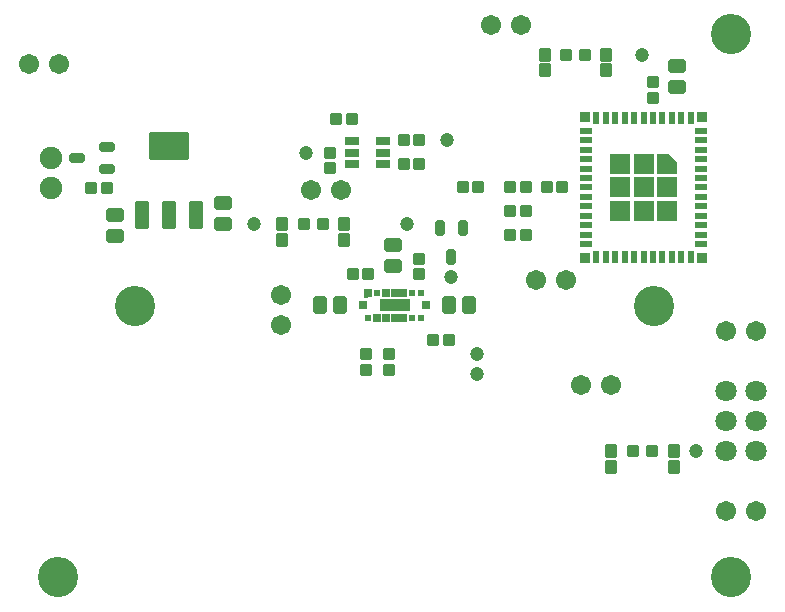
<source format=gbr>
%TF.GenerationSoftware,Altium Limited,Altium Designer,20.1.8 (145)*%
G04 Layer_Color=39423*
%FSLAX45Y45*%
%MOMM*%
%TF.SameCoordinates,5C14931A-3E48-49F5-90A4-00D45644C4A5*%
%TF.FilePolarity,Negative*%
%TF.FileFunction,Soldermask,Top*%
%TF.Part,Single*%
G01*
G75*
%TA.AperFunction,BGAPad,CuDef*%
%ADD17R,0.50000X0.50000*%
%TA.AperFunction,SMDPad,CuDef*%
%ADD19R,2.50000X1.00000*%
%TA.AperFunction,ComponentPad*%
%ADD44C,1.80320*%
%ADD45C,1.70320*%
%ADD46C,1.90320*%
%TA.AperFunction,WasherPad*%
%ADD47C,3.40320*%
%TA.AperFunction,SMDPad,CuDef*%
%ADD50C,1.20320*%
G04:AMPARAMS|DCode=51|XSize=1.0532mm|YSize=1.0532mm|CornerRadius=0.1441mm|HoleSize=0mm|Usage=FLASHONLY|Rotation=90.000|XOffset=0mm|YOffset=0mm|HoleType=Round|Shape=RoundedRectangle|*
%AMROUNDEDRECTD51*
21,1,1.05320,0.76500,0,0,90.0*
21,1,0.76500,1.05320,0,0,90.0*
1,1,0.28820,0.38250,0.38250*
1,1,0.28820,0.38250,-0.38250*
1,1,0.28820,-0.38250,-0.38250*
1,1,0.28820,-0.38250,0.38250*
%
%ADD51ROUNDEDRECTD51*%
%TA.AperFunction,ConnectorPad*%
%ADD52R,0.60320X1.00320*%
%ADD53R,1.00320X0.60320*%
%TA.AperFunction,BGAPad,CuDef*%
%ADD54R,1.65320X1.65320*%
%TA.AperFunction,SMDPad,CuDef*%
%ADD55R,0.90320X0.90320*%
%TA.AperFunction,BGAPad,CuDef*%
%ADD56R,0.65200X0.65200*%
%TA.AperFunction,SMDPad,CuDef*%
%ADD57R,0.35200X0.30200*%
%TA.AperFunction,BGAPad,CuDef*%
%ADD58R,0.65240X0.65240*%
%TA.AperFunction,SMDPad,CuDef*%
G04:AMPARAMS|DCode=59|XSize=3.4532mm|YSize=2.3532mm|CornerRadius=0.11235mm|HoleSize=0mm|Usage=FLASHONLY|Rotation=180.000|XOffset=0mm|YOffset=0mm|HoleType=Round|Shape=RoundedRectangle|*
%AMROUNDEDRECTD59*
21,1,3.45320,2.12850,0,0,180.0*
21,1,3.22850,2.35320,0,0,180.0*
1,1,0.22470,-1.61425,1.06425*
1,1,0.22470,1.61425,1.06425*
1,1,0.22470,1.61425,-1.06425*
1,1,0.22470,-1.61425,-1.06425*
%
%ADD59ROUNDEDRECTD59*%
G04:AMPARAMS|DCode=60|XSize=1.2032mm|YSize=2.3532mm|CornerRadius=0.1066mm|HoleSize=0mm|Usage=FLASHONLY|Rotation=180.000|XOffset=0mm|YOffset=0mm|HoleType=Round|Shape=RoundedRectangle|*
%AMROUNDEDRECTD60*
21,1,1.20320,2.14000,0,0,180.0*
21,1,0.99000,2.35320,0,0,180.0*
1,1,0.21320,-0.49500,1.07000*
1,1,0.21320,0.49500,1.07000*
1,1,0.21320,0.49500,-1.07000*
1,1,0.21320,-0.49500,-1.07000*
%
%ADD60ROUNDEDRECTD60*%
G04:AMPARAMS|DCode=61|XSize=1.0032mm|YSize=1.0032mm|CornerRadius=0.1416mm|HoleSize=0mm|Usage=FLASHONLY|Rotation=90.000|XOffset=0mm|YOffset=0mm|HoleType=Round|Shape=RoundedRectangle|*
%AMROUNDEDRECTD61*
21,1,1.00320,0.72000,0,0,90.0*
21,1,0.72000,1.00320,0,0,90.0*
1,1,0.28320,0.36000,0.36000*
1,1,0.28320,0.36000,-0.36000*
1,1,0.28320,-0.36000,-0.36000*
1,1,0.28320,-0.36000,0.36000*
%
%ADD61ROUNDEDRECTD61*%
G04:AMPARAMS|DCode=62|XSize=0.8032mm|YSize=1.3032mm|CornerRadius=0.1316mm|HoleSize=0mm|Usage=FLASHONLY|Rotation=270.000|XOffset=0mm|YOffset=0mm|HoleType=Round|Shape=RoundedRectangle|*
%AMROUNDEDRECTD62*
21,1,0.80320,1.04000,0,0,270.0*
21,1,0.54000,1.30320,0,0,270.0*
1,1,0.26320,-0.52000,-0.27000*
1,1,0.26320,-0.52000,0.27000*
1,1,0.26320,0.52000,0.27000*
1,1,0.26320,0.52000,-0.27000*
%
%ADD62ROUNDEDRECTD62*%
G04:AMPARAMS|DCode=63|XSize=1.0532mm|YSize=1.1032mm|CornerRadius=0.1441mm|HoleSize=0mm|Usage=FLASHONLY|Rotation=180.000|XOffset=0mm|YOffset=0mm|HoleType=Round|Shape=RoundedRectangle|*
%AMROUNDEDRECTD63*
21,1,1.05320,0.81500,0,0,180.0*
21,1,0.76500,1.10320,0,0,180.0*
1,1,0.28820,-0.38250,0.40750*
1,1,0.28820,0.38250,0.40750*
1,1,0.28820,0.38250,-0.40750*
1,1,0.28820,-0.38250,-0.40750*
%
%ADD63ROUNDEDRECTD63*%
G04:AMPARAMS|DCode=64|XSize=1.4782mm|YSize=1.1032mm|CornerRadius=0.1466mm|HoleSize=0mm|Usage=FLASHONLY|Rotation=180.000|XOffset=0mm|YOffset=0mm|HoleType=Round|Shape=RoundedRectangle|*
%AMROUNDEDRECTD64*
21,1,1.47820,0.81000,0,0,180.0*
21,1,1.18500,1.10320,0,0,180.0*
1,1,0.29320,-0.59250,0.40500*
1,1,0.29320,0.59250,0.40500*
1,1,0.29320,0.59250,-0.40500*
1,1,0.29320,-0.59250,-0.40500*
%
%ADD64ROUNDEDRECTD64*%
G04:AMPARAMS|DCode=65|XSize=1.0532mm|YSize=1.0532mm|CornerRadius=0.1441mm|HoleSize=0mm|Usage=FLASHONLY|Rotation=180.000|XOffset=0mm|YOffset=0mm|HoleType=Round|Shape=RoundedRectangle|*
%AMROUNDEDRECTD65*
21,1,1.05320,0.76500,0,0,180.0*
21,1,0.76500,1.05320,0,0,180.0*
1,1,0.28820,-0.38250,0.38250*
1,1,0.28820,0.38250,0.38250*
1,1,0.28820,0.38250,-0.38250*
1,1,0.28820,-0.38250,-0.38250*
%
%ADD65ROUNDEDRECTD65*%
G04:AMPARAMS|DCode=66|XSize=1.4782mm|YSize=1.1032mm|CornerRadius=0.1466mm|HoleSize=0mm|Usage=FLASHONLY|Rotation=270.000|XOffset=0mm|YOffset=0mm|HoleType=Round|Shape=RoundedRectangle|*
%AMROUNDEDRECTD66*
21,1,1.47820,0.81000,0,0,270.0*
21,1,1.18500,1.10320,0,0,270.0*
1,1,0.29320,-0.40500,-0.59250*
1,1,0.29320,-0.40500,0.59250*
1,1,0.29320,0.40500,0.59250*
1,1,0.29320,0.40500,-0.59250*
%
%ADD66ROUNDEDRECTD66*%
G04:AMPARAMS|DCode=67|XSize=0.7032mm|YSize=1.2532mm|CornerRadius=0.1266mm|HoleSize=0mm|Usage=FLASHONLY|Rotation=90.000|XOffset=0mm|YOffset=0mm|HoleType=Round|Shape=RoundedRectangle|*
%AMROUNDEDRECTD67*
21,1,0.70320,1.00000,0,0,90.0*
21,1,0.45000,1.25320,0,0,90.0*
1,1,0.25320,0.50000,0.22500*
1,1,0.25320,0.50000,-0.22500*
1,1,0.25320,-0.50000,-0.22500*
1,1,0.25320,-0.50000,0.22500*
%
%ADD67ROUNDEDRECTD67*%
G04:AMPARAMS|DCode=68|XSize=0.8032mm|YSize=1.3032mm|CornerRadius=0.1316mm|HoleSize=0mm|Usage=FLASHONLY|Rotation=0.000|XOffset=0mm|YOffset=0mm|HoleType=Round|Shape=RoundedRectangle|*
%AMROUNDEDRECTD68*
21,1,0.80320,1.04000,0,0,0.0*
21,1,0.54000,1.30320,0,0,0.0*
1,1,0.26320,0.27000,-0.52000*
1,1,0.26320,-0.27000,-0.52000*
1,1,0.26320,-0.27000,0.52000*
1,1,0.26320,0.27000,0.52000*
%
%ADD68ROUNDEDRECTD68*%
G36*
X5473000Y3815600D02*
Y3980600D01*
X5572000D01*
X5638000Y3914601D01*
Y3815600D01*
X5473000D01*
D02*
G37*
D17*
X3399920Y2597920D02*
D03*
X3024920D02*
D03*
X3099920Y2807920D02*
D03*
X3474920D02*
D03*
X3399920D02*
D03*
X3474920Y2597920D02*
D03*
D19*
X3249920Y2702920D02*
D03*
D44*
X6310501Y1471925D02*
D03*
Y1725925D02*
D03*
Y1979925D02*
D03*
X6056501D02*
D03*
Y1725925D02*
D03*
Y1471925D02*
D03*
D45*
X2794000Y3683000D02*
D03*
X2540000D02*
D03*
X6056487Y963925D02*
D03*
X6310487D02*
D03*
X6056487Y2487925D02*
D03*
X6310487D02*
D03*
X406400Y4749800D02*
D03*
X152400D02*
D03*
X4064000Y5080000D02*
D03*
X4318000D02*
D03*
X4826000Y2032000D02*
D03*
X5080000D02*
D03*
X2286000Y2794000D02*
D03*
Y2540000D02*
D03*
X4445000Y2921000D02*
D03*
X4699000D02*
D03*
D46*
X343154Y3947869D02*
D03*
Y3693870D02*
D03*
D47*
X5450000Y2700000D02*
D03*
X1050000D02*
D03*
X6100000Y5000000D02*
D03*
Y400000D02*
D03*
X400000D02*
D03*
D50*
X5799040Y1471925D02*
D03*
X5346700Y4826000D02*
D03*
X3731260Y2940160D02*
D03*
X3351510Y3394718D02*
D03*
X2059806D02*
D03*
X2503772Y3995019D02*
D03*
X3691685Y4100600D02*
D03*
X3950749Y2118773D02*
D03*
Y2286520D02*
D03*
D51*
X3956260Y3700600D02*
D03*
X3826260D02*
D03*
X681340Y3693870D02*
D03*
X811340D02*
D03*
X4228215Y3500600D02*
D03*
X4358215D02*
D03*
X4228210Y3300600D02*
D03*
X4358210D02*
D03*
X4228210Y3700600D02*
D03*
X4358210D02*
D03*
X4667479Y3700600D02*
D03*
X4537479D02*
D03*
X3456945Y4100600D02*
D03*
X3326945D02*
D03*
X3326945Y3900019D02*
D03*
X3456945D02*
D03*
X2887082Y4280427D02*
D03*
X2757082D02*
D03*
X3023920Y2968120D02*
D03*
X2893920D02*
D03*
X3708400Y2407920D02*
D03*
X3578400D02*
D03*
D52*
X5758000Y4290601D02*
D03*
X5678000D02*
D03*
X5598000D02*
D03*
X5518000D02*
D03*
X5438000D02*
D03*
X5358000D02*
D03*
X5278000D02*
D03*
X5198000D02*
D03*
X5118000D02*
D03*
X5038000D02*
D03*
X4958000D02*
D03*
Y3110600D02*
D03*
X5038000D02*
D03*
X5118000D02*
D03*
X5198000D02*
D03*
X5278000D02*
D03*
X5358000D02*
D03*
X5438000D02*
D03*
X5518000D02*
D03*
X5598000D02*
D03*
X5678000D02*
D03*
X5758000D02*
D03*
D53*
X4868000Y4180600D02*
D03*
Y4100600D02*
D03*
Y4020601D02*
D03*
Y3940600D02*
D03*
Y3860600D02*
D03*
Y3780601D02*
D03*
Y3700600D02*
D03*
Y3620600D02*
D03*
Y3540600D02*
D03*
Y3460600D02*
D03*
Y3380600D02*
D03*
Y3300600D02*
D03*
Y3220600D02*
D03*
X5848000D02*
D03*
Y3300600D02*
D03*
Y3380600D02*
D03*
Y3460600D02*
D03*
Y3540600D02*
D03*
Y3620600D02*
D03*
Y3700600D02*
D03*
Y3780601D02*
D03*
Y3860600D02*
D03*
Y3940600D02*
D03*
Y4020601D02*
D03*
Y4100600D02*
D03*
Y4180600D02*
D03*
D54*
X5358000Y3700600D02*
D03*
X5555500Y3503100D02*
D03*
Y3700600D02*
D03*
X5358000Y3898100D02*
D03*
X5160500D02*
D03*
Y3700600D02*
D03*
Y3503100D02*
D03*
X5358000D02*
D03*
D55*
X5853000Y4295601D02*
D03*
X4863000D02*
D03*
Y3105600D02*
D03*
X5853000D02*
D03*
D56*
X3099920Y2597920D02*
D03*
X3024920Y2807920D02*
D03*
X3174920Y2597920D02*
D03*
Y2807920D02*
D03*
X3249920Y2597920D02*
D03*
Y2807920D02*
D03*
X3324920Y2597920D02*
D03*
Y2807920D02*
D03*
D57*
X3009920Y2777920D02*
D03*
D58*
X3514920Y2702920D02*
D03*
X2984920D02*
D03*
D59*
X1338660Y4049957D02*
D03*
D60*
X1568660Y3464957D02*
D03*
X1338660D02*
D03*
X1108660D02*
D03*
D61*
X5270500Y1471925D02*
D03*
X5430500D02*
D03*
X4699000Y4826000D02*
D03*
X4859000D02*
D03*
X2642506Y3394718D02*
D03*
X2482506D02*
D03*
D62*
X811340Y4042869D02*
D03*
X811340Y3852869D02*
D03*
X561340Y3947869D02*
D03*
D63*
X5080000Y1471925D02*
D03*
Y1336925D02*
D03*
X5613400Y1471925D02*
D03*
Y1336925D02*
D03*
X2299606Y3394718D02*
D03*
Y3259718D02*
D03*
X2820306Y3394718D02*
D03*
Y3259718D02*
D03*
X4521040Y4826000D02*
D03*
Y4691000D02*
D03*
X5040911Y4826000D02*
D03*
Y4691000D02*
D03*
D64*
X885140Y3464957D02*
D03*
Y3289717D02*
D03*
X5638640Y4553881D02*
D03*
Y4729121D02*
D03*
X1795780Y3394718D02*
D03*
Y3569958D02*
D03*
X3239760Y3037717D02*
D03*
Y3212957D02*
D03*
D65*
X5438000Y4590000D02*
D03*
Y4460000D02*
D03*
X3456500Y3098800D02*
D03*
Y2968800D02*
D03*
X2701550Y3995019D02*
D03*
Y3865019D02*
D03*
X3008920Y2159004D02*
D03*
Y2289004D02*
D03*
X3200320Y2159004D02*
D03*
Y2289004D02*
D03*
D66*
X3708400Y2702920D02*
D03*
X3883640D02*
D03*
X2790771Y2702920D02*
D03*
X2615531Y2702920D02*
D03*
D67*
X3152082Y4090019D02*
D03*
Y3995019D02*
D03*
Y3900019D02*
D03*
X2887082Y3900019D02*
D03*
X2887082Y3995019D02*
D03*
Y4090019D02*
D03*
D68*
X3636260Y3358961D02*
D03*
X3826260D02*
D03*
X3731260Y3108960D02*
D03*
%TF.MD5,5ae584d7de0200d160304e17277f3fb4*%
M02*

</source>
